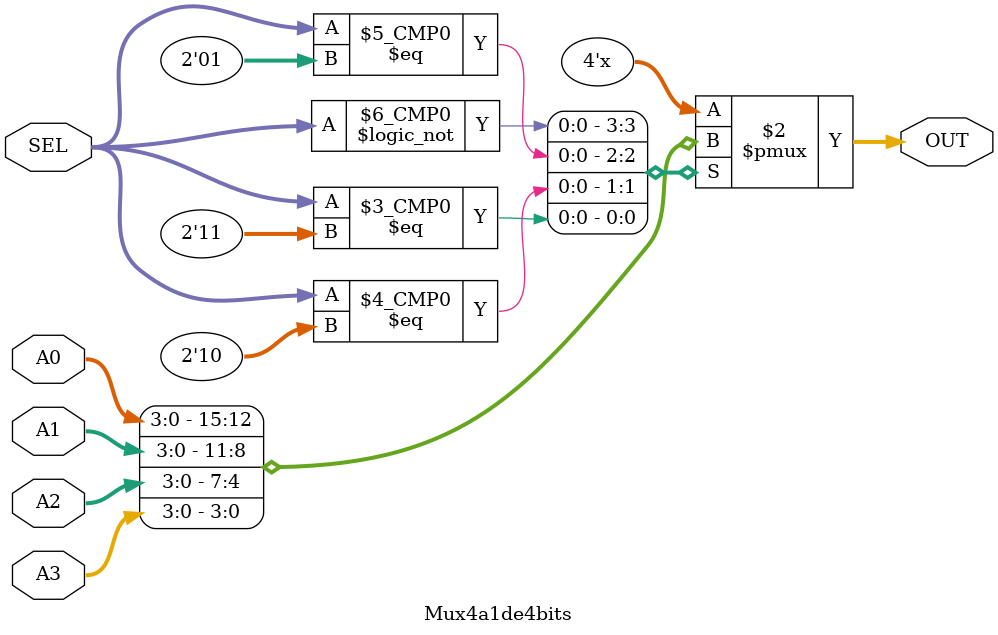
<source format=v>
`timescale 1ns / 1ps

module Mux4a1de4bits(A0,A1,A2,A3,SEL,OUT);
	input [3:0] A0,A1,A2,A3;
	input [1:0] SEL;
	output reg [3:0] OUT;
	
	always @(A0 or A1 or A2 or A3 or SEL)
		case (SEL)
			2'b00: OUT=A0;
			2'b01: OUT=A1;
			2'b10: OUT=A2;
			2'b11: OUT=A3;
		endcase

endmodule


</source>
